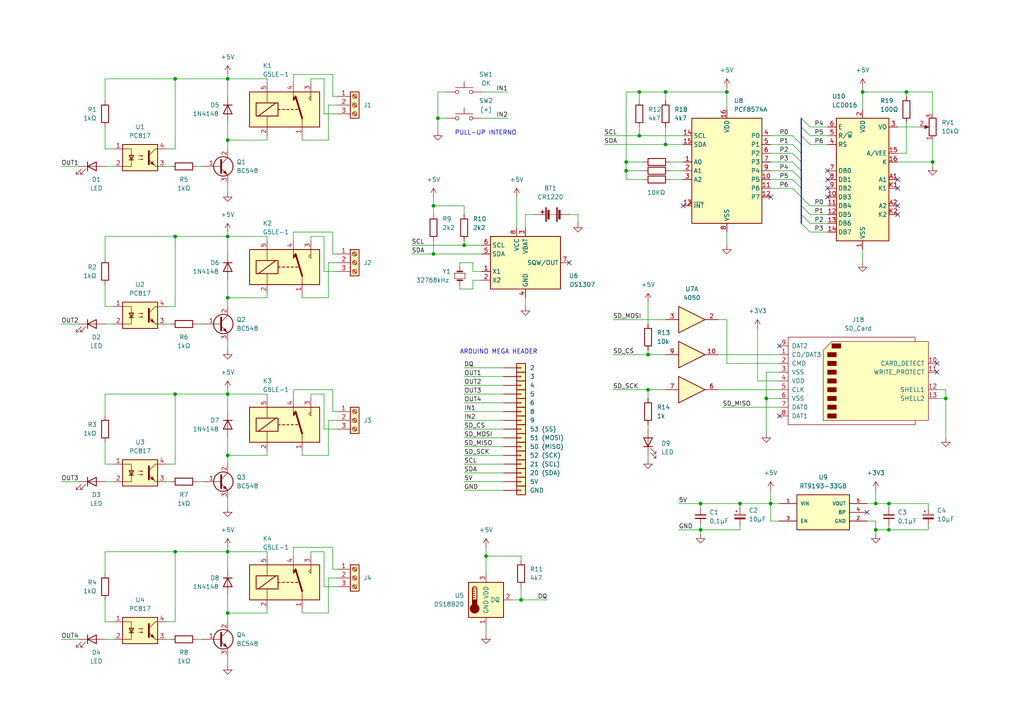
<source format=kicad_sch>
(kicad_sch (version 20230121) (generator eeschema)
  (paper "A4")
  (title_block (title "DATALOGGER CON MODULOS ARDUINO") (date "2023-01-13") (rev "1") (company "LUCAS MARTÍN TRESER"))
  (junction (at 50.8 160.02))
  (junction (at 66.04 114.3))
  (junction (at 187.96 113.03))
  (junction (at 66.04 22.86))
  (junction (at 66.04 177.8))
  (junction (at 270.51 46.99))
  (junction (at 250.19 26.67))
  (junction (at 223.52 146.05))
  (junction (at 50.8 68.58))
  (junction (at 185.42 26.67))
  (junction (at 274.32 115.57))
  (junction (at 193.04 26.67))
  (junction (at 214.63 146.05))
  (junction (at 66.04 68.58))
  (junction (at 262.89 26.67))
  (junction (at 127 34.29))
  (junction (at 66.04 40.64))
  (junction (at 66.04 86.36))
  (junction (at 203.2 146.05))
  (junction (at 50.8 22.86))
  (junction (at 257.81 153.67))
  (junction (at 210.82 26.67))
  (junction (at 140.97 161.29))
  (junction (at 50.8 114.3))
  (junction (at 254 146.05))
  (junction (at 185.42 39.37))
  (junction (at 134.62 71.12))
  (junction (at 181.61 46.99))
  (junction (at 193.04 41.91))
  (junction (at 151.13 173.99))
  (junction (at 125.73 59.69))
  (junction (at 125.73 73.66))
  (junction (at 66.04 160.02))
  (junction (at 222.25 115.57))
  (junction (at 257.81 146.05))
  (junction (at 187.96 102.87))
  (junction (at 181.61 49.53))
  (junction (at 203.2 153.67))
  (junction (at 254 153.67))
  (junction (at 66.04 132.08))
  (no_connect (at 271.78 105.41))
  (no_connect (at 271.78 107.95))
  (no_connect (at 223.52 57.15))
  (no_connect (at 260.35 52.07))
  (no_connect (at 260.35 62.23))
  (no_connect (at 260.35 54.61))
  (no_connect (at 260.35 59.69))
  (no_connect (at 226.06 120.65))
  (no_connect (at 226.06 100.33))
  (no_connect (at 165.1 76.2))
  (no_connect (at 251.46 148.59))
  (no_connect (at 240.03 52.07))
  (no_connect (at 240.03 57.15))
  (no_connect (at 240.03 49.53))
  (no_connect (at 240.03 54.61))
  (no_connect (at 198.12 59.69))
  (bus_entry (at 229.87 46.99) (size 2.54 2.54))
  (bus_entry (at 229.87 52.07) (size 2.54 2.54))
  (bus_entry (at 229.87 54.61) (size 2.54 2.54))
  (bus_entry (at 229.87 49.53) (size 2.54 2.54))
  (bus_entry (at 229.87 44.45) (size 2.54 2.54))
  (bus_entry (at 229.87 39.37) (size 2.54 2.54))
  (bus_entry (at 229.87 41.91) (size 2.54 2.54))
  (bus_entry (at 232.41 34.29) (size 2.54 2.54))
  (bus_entry (at 232.41 39.37) (size 2.54 2.54))
  (bus_entry (at 232.41 36.83) (size 2.54 2.54))
  (bus_entry (at 232.41 62.23) (size 2.54 2.54))
  (bus_entry (at 232.41 59.69) (size 2.54 2.54))
  (bus_entry (at 232.41 57.15) (size 2.54 2.54))
  (bus_entry (at 232.41 64.77) (size 2.54 2.54))
  (wire (pts (xy 134.62 142.24) (xy 146.05 142.24)))
  (wire (pts (xy 152.4 86.36) (xy 152.4 88.9)))
  (wire (pts (xy 271.78 113.03) (xy 274.32 113.03)))
  (wire (pts (xy 96.52 113.03) (xy 96.52 119.38)))
  (wire (pts (xy 234.95 41.91) (xy 240.03 41.91)))
  (wire (pts (xy 95.25 177.8) (xy 95.25 167.64)))
  (wire (pts (xy 87.63 39.37) (xy 87.63 40.64)))
  (wire (pts (xy 95.25 40.64) (xy 95.25 30.48)))
  (wire (pts (xy 194.31 49.53) (xy 198.12 49.53)))
  (wire (pts (xy 66.04 113.03) (xy 66.04 114.3)))
  (wire (pts (xy 30.48 128.27) (xy 30.48 134.62)))
  (wire (pts (xy 186.69 49.53) (xy 181.61 49.53)))
  (bus (pts (xy 232.41 49.53) (xy 232.41 52.07)))
  (wire (pts (xy 87.63 132.08) (xy 95.25 132.08)))
  (wire (pts (xy 57.15 139.7) (xy 58.42 139.7)))
  (wire (pts (xy 48.26 180.34) (xy 50.8 180.34)))
  (wire (pts (xy 96.52 119.38) (xy 97.79 119.38)))
  (wire (pts (xy 96.52 73.66) (xy 97.79 73.66)))
  (wire (pts (xy 125.73 57.15) (xy 125.73 59.69)))
  (wire (pts (xy 133.35 77.47) (xy 133.35 76.2)))
  (wire (pts (xy 129.54 26.67) (xy 127 26.67)))
  (wire (pts (xy 223.52 46.99) (xy 229.87 46.99)))
  (wire (pts (xy 95.25 167.64) (xy 97.79 167.64)))
  (wire (pts (xy 133.35 76.2) (xy 137.16 76.2)))
  (wire (pts (xy 139.7 34.29) (xy 147.32 34.29)))
  (wire (pts (xy 274.32 113.03) (xy 274.32 115.57)))
  (wire (pts (xy 167.64 62.23) (xy 167.64 64.77)))
  (wire (pts (xy 127 34.29) (xy 129.54 34.29)))
  (wire (pts (xy 208.28 113.03) (xy 226.06 113.03)))
  (wire (pts (xy 226.06 107.95) (xy 222.25 107.95)))
  (bus (pts (xy 232.41 34.29) (xy 232.41 36.83)))
  (wire (pts (xy 66.04 35.56) (xy 66.04 40.64)))
  (wire (pts (xy 50.8 180.34) (xy 50.8 160.02)))
  (wire (pts (xy 85.09 24.13) (xy 85.09 21.59)))
  (wire (pts (xy 185.42 36.83) (xy 185.42 39.37)))
  (wire (pts (xy 66.04 127) (xy 66.04 132.08)))
  (wire (pts (xy 181.61 46.99) (xy 181.61 26.67)))
  (wire (pts (xy 134.62 106.68) (xy 146.05 106.68)))
  (wire (pts (xy 17.78 185.42) (xy 22.86 185.42)))
  (wire (pts (xy 90.17 114.3) (xy 93.98 114.3)))
  (wire (pts (xy 208.28 102.87) (xy 226.06 102.87)))
  (wire (pts (xy 77.47 114.3) (xy 66.04 114.3)))
  (wire (pts (xy 93.98 33.02) (xy 97.79 33.02)))
  (wire (pts (xy 185.42 39.37) (xy 198.12 39.37)))
  (wire (pts (xy 66.04 114.3) (xy 66.04 119.38)))
  (wire (pts (xy 214.63 146.05) (xy 223.52 146.05)))
  (wire (pts (xy 269.24 153.67) (xy 257.81 153.67)))
  (bus (pts (xy 232.41 52.07) (xy 232.41 54.61)))
  (wire (pts (xy 139.7 26.67) (xy 147.32 26.67)))
  (wire (pts (xy 269.24 147.32) (xy 269.24 146.05)))
  (wire (pts (xy 77.47 22.86) (xy 66.04 22.86)))
  (wire (pts (xy 66.04 172.72) (xy 66.04 177.8)))
  (wire (pts (xy 185.42 26.67) (xy 193.04 26.67)))
  (wire (pts (xy 257.81 146.05) (xy 254 146.05)))
  (wire (pts (xy 125.73 59.69) (xy 125.73 62.23)))
  (wire (pts (xy 66.04 67.31) (xy 66.04 68.58)))
  (wire (pts (xy 175.26 39.37) (xy 185.42 39.37)))
  (wire (pts (xy 260.35 36.83) (xy 266.7 36.83)))
  (wire (pts (xy 151.13 173.99) (xy 158.75 173.99)))
  (wire (pts (xy 30.48 22.86) (xy 50.8 22.86)))
  (wire (pts (xy 254 153.67) (xy 254 154.94)))
  (wire (pts (xy 134.62 116.84) (xy 146.05 116.84)))
  (wire (pts (xy 203.2 152.4) (xy 203.2 153.67)))
  (wire (pts (xy 223.52 52.07) (xy 229.87 52.07)))
  (wire (pts (xy 223.52 44.45) (xy 229.87 44.45)))
  (wire (pts (xy 271.78 115.57) (xy 274.32 115.57)))
  (bus (pts (xy 232.41 59.69) (xy 232.41 62.23)))
  (wire (pts (xy 96.52 165.1) (xy 97.79 165.1)))
  (wire (pts (xy 77.47 24.13) (xy 77.47 22.86)))
  (wire (pts (xy 210.82 25.4) (xy 210.82 26.67)))
  (wire (pts (xy 193.04 41.91) (xy 198.12 41.91)))
  (wire (pts (xy 226.06 105.41) (xy 210.82 105.41)))
  (wire (pts (xy 193.04 36.83) (xy 193.04 41.91)))
  (wire (pts (xy 66.04 177.8) (xy 66.04 180.34)))
  (wire (pts (xy 134.62 137.16) (xy 146.05 137.16)))
  (wire (pts (xy 17.78 139.7) (xy 22.86 139.7)))
  (wire (pts (xy 30.48 114.3) (xy 50.8 114.3)))
  (wire (pts (xy 85.09 161.29) (xy 85.09 158.75)))
  (wire (pts (xy 187.96 87.63) (xy 187.96 93.98)))
  (wire (pts (xy 66.04 190.5) (xy 66.04 193.04)))
  (wire (pts (xy 77.47 161.29) (xy 77.47 160.02)))
  (wire (pts (xy 85.09 21.59) (xy 96.52 21.59)))
  (wire (pts (xy 177.8 113.03) (xy 187.96 113.03)))
  (wire (pts (xy 134.62 139.7) (xy 146.05 139.7)))
  (wire (pts (xy 223.52 39.37) (xy 229.87 39.37)))
  (wire (pts (xy 66.04 158.75) (xy 66.04 160.02)))
  (wire (pts (xy 134.62 119.38) (xy 146.05 119.38)))
  (wire (pts (xy 203.2 153.67) (xy 203.2 154.94)))
  (wire (pts (xy 95.25 76.2) (xy 97.79 76.2)))
  (wire (pts (xy 119.38 73.66) (xy 125.73 73.66)))
  (wire (pts (xy 17.78 48.26) (xy 22.86 48.26)))
  (wire (pts (xy 260.35 46.99) (xy 270.51 46.99)))
  (wire (pts (xy 30.48 36.83) (xy 30.48 43.18)))
  (wire (pts (xy 187.96 102.87) (xy 193.04 102.87)))
  (wire (pts (xy 77.47 68.58) (xy 66.04 68.58)))
  (wire (pts (xy 214.63 146.05) (xy 214.63 147.32)))
  (wire (pts (xy 30.48 29.21) (xy 30.48 22.86)))
  (wire (pts (xy 177.8 102.87) (xy 187.96 102.87)))
  (wire (pts (xy 57.15 93.98) (xy 58.42 93.98)))
  (wire (pts (xy 222.25 107.95) (xy 222.25 115.57)))
  (wire (pts (xy 66.04 53.34) (xy 66.04 55.88)))
  (wire (pts (xy 151.13 170.18) (xy 151.13 173.99)))
  (wire (pts (xy 77.47 176.53) (xy 77.47 177.8)))
  (wire (pts (xy 226.06 115.57) (xy 222.25 115.57)))
  (wire (pts (xy 95.25 86.36) (xy 95.25 76.2)))
  (wire (pts (xy 219.71 110.49) (xy 219.71 95.25)))
  (wire (pts (xy 222.25 115.57) (xy 222.25 125.73)))
  (wire (pts (xy 48.26 134.62) (xy 50.8 134.62)))
  (wire (pts (xy 203.2 146.05) (xy 214.63 146.05)))
  (wire (pts (xy 133.35 82.55) (xy 133.35 83.82)))
  (wire (pts (xy 134.62 127) (xy 146.05 127)))
  (wire (pts (xy 125.73 59.69) (xy 134.62 59.69)))
  (wire (pts (xy 30.48 134.62) (xy 33.02 134.62)))
  (wire (pts (xy 270.51 40.64) (xy 270.51 46.99)))
  (wire (pts (xy 125.73 73.66) (xy 139.7 73.66)))
  (wire (pts (xy 133.35 83.82) (xy 137.16 83.82)))
  (wire (pts (xy 137.16 81.28) (xy 139.7 81.28)))
  (wire (pts (xy 77.47 160.02) (xy 66.04 160.02)))
  (wire (pts (xy 134.62 71.12) (xy 139.7 71.12)))
  (wire (pts (xy 93.98 114.3) (xy 93.98 124.46)))
  (wire (pts (xy 210.82 26.67) (xy 210.82 31.75)))
  (wire (pts (xy 87.63 130.81) (xy 87.63 132.08)))
  (wire (pts (xy 223.52 54.61) (xy 229.87 54.61)))
  (wire (pts (xy 77.47 39.37) (xy 77.47 40.64)))
  (wire (pts (xy 50.8 114.3) (xy 66.04 114.3)))
  (wire (pts (xy 66.04 40.64) (xy 66.04 43.18)))
  (wire (pts (xy 186.69 46.99) (xy 181.61 46.99)))
  (wire (pts (xy 93.98 160.02) (xy 93.98 170.18)))
  (wire (pts (xy 187.96 101.6) (xy 187.96 102.87)))
  (wire (pts (xy 30.48 93.98) (xy 33.02 93.98)))
  (wire (pts (xy 57.15 185.42) (xy 58.42 185.42)))
  (wire (pts (xy 66.04 40.64) (xy 77.47 40.64)))
  (wire (pts (xy 96.52 158.75) (xy 96.52 165.1)))
  (wire (pts (xy 214.63 152.4) (xy 214.63 153.67)))
  (wire (pts (xy 87.63 86.36) (xy 95.25 86.36)))
  (wire (pts (xy 208.28 92.71) (xy 210.82 92.71)))
  (wire (pts (xy 223.52 151.13) (xy 223.52 146.05)))
  (wire (pts (xy 187.96 123.19) (xy 187.96 124.46)))
  (bus (pts (xy 232.41 41.91) (xy 232.41 44.45)))
  (wire (pts (xy 209.55 118.11) (xy 226.06 118.11)))
  (wire (pts (xy 134.62 134.62) (xy 146.05 134.62)))
  (wire (pts (xy 96.52 27.94) (xy 97.79 27.94)))
  (wire (pts (xy 262.89 44.45) (xy 260.35 44.45)))
  (wire (pts (xy 193.04 26.67) (xy 210.82 26.67)))
  (wire (pts (xy 90.17 24.13) (xy 90.17 22.86)))
  (wire (pts (xy 270.51 26.67) (xy 270.51 33.02)))
  (wire (pts (xy 254 146.05) (xy 251.46 146.05)))
  (wire (pts (xy 151.13 162.56) (xy 151.13 161.29)))
  (wire (pts (xy 66.04 86.36) (xy 66.04 88.9)))
  (wire (pts (xy 226.06 146.05) (xy 223.52 146.05)))
  (wire (pts (xy 187.96 132.08) (xy 187.96 133.35)))
  (wire (pts (xy 134.62 124.46) (xy 146.05 124.46)))
  (wire (pts (xy 30.48 185.42) (xy 33.02 185.42)))
  (wire (pts (xy 30.48 74.93) (xy 30.48 68.58)))
  (wire (pts (xy 93.98 78.74) (xy 97.79 78.74)))
  (wire (pts (xy 254 142.24) (xy 254 146.05)))
  (wire (pts (xy 30.48 82.55) (xy 30.48 88.9)))
  (wire (pts (xy 90.17 68.58) (xy 93.98 68.58)))
  (wire (pts (xy 262.89 35.56) (xy 262.89 44.45)))
  (wire (pts (xy 140.97 158.75) (xy 140.97 161.29)))
  (wire (pts (xy 87.63 176.53) (xy 87.63 177.8)))
  (wire (pts (xy 66.04 144.78) (xy 66.04 147.32)))
  (wire (pts (xy 210.82 67.31) (xy 210.82 71.12)))
  (wire (pts (xy 234.95 62.23) (xy 240.03 62.23)))
  (wire (pts (xy 137.16 76.2) (xy 137.16 78.74)))
  (wire (pts (xy 148.59 173.99) (xy 151.13 173.99)))
  (wire (pts (xy 93.98 22.86) (xy 93.98 33.02)))
  (wire (pts (xy 66.04 160.02) (xy 66.04 165.1)))
  (wire (pts (xy 257.81 152.4) (xy 257.81 153.67)))
  (wire (pts (xy 226.06 110.49) (xy 219.71 110.49)))
  (bus (pts (xy 232.41 36.83) (xy 232.41 39.37)))
  (wire (pts (xy 254 151.13) (xy 254 153.67)))
  (wire (pts (xy 140.97 161.29) (xy 151.13 161.29)))
  (bus (pts (xy 232.41 44.45) (xy 232.41 46.99)))
  (wire (pts (xy 257.81 146.05) (xy 269.24 146.05)))
  (wire (pts (xy 30.48 88.9) (xy 33.02 88.9)))
  (wire (pts (xy 125.73 69.85) (xy 125.73 73.66)))
  (wire (pts (xy 250.19 25.4) (xy 250.19 26.67)))
  (wire (pts (xy 30.48 48.26) (xy 33.02 48.26)))
  (wire (pts (xy 30.48 68.58) (xy 50.8 68.58)))
  (wire (pts (xy 87.63 40.64) (xy 95.25 40.64)))
  (wire (pts (xy 250.19 26.67) (xy 250.19 31.75)))
  (wire (pts (xy 48.26 185.42) (xy 49.53 185.42)))
  (wire (pts (xy 234.95 67.31) (xy 240.03 67.31)))
  (wire (pts (xy 134.62 132.08) (xy 146.05 132.08)))
  (wire (pts (xy 134.62 121.92) (xy 146.05 121.92)))
  (wire (pts (xy 57.15 48.26) (xy 58.42 48.26)))
  (wire (pts (xy 194.31 46.99) (xy 198.12 46.99)))
  (wire (pts (xy 196.85 153.67) (xy 203.2 153.67)))
  (wire (pts (xy 203.2 147.32) (xy 203.2 146.05)))
  (wire (pts (xy 66.04 132.08) (xy 66.04 134.62)))
  (wire (pts (xy 66.04 22.86) (xy 66.04 27.94)))
  (wire (pts (xy 66.04 132.08) (xy 77.47 132.08)))
  (wire (pts (xy 181.61 26.67) (xy 185.42 26.67)))
  (bus (pts (xy 232.41 62.23) (xy 232.41 64.77)))
  (wire (pts (xy 96.52 67.31) (xy 96.52 73.66)))
  (wire (pts (xy 30.48 173.99) (xy 30.48 180.34)))
  (wire (pts (xy 66.04 99.06) (xy 66.04 101.6)))
  (wire (pts (xy 30.48 120.65) (xy 30.48 114.3)))
  (wire (pts (xy 30.48 139.7) (xy 33.02 139.7)))
  (wire (pts (xy 93.98 170.18) (xy 97.79 170.18)))
  (wire (pts (xy 181.61 49.53) (xy 181.61 46.99)))
  (wire (pts (xy 187.96 113.03) (xy 187.96 115.57)))
  (wire (pts (xy 85.09 113.03) (xy 96.52 113.03)))
  (wire (pts (xy 119.38 71.12) (xy 134.62 71.12)))
  (wire (pts (xy 85.09 67.31) (xy 96.52 67.31)))
  (wire (pts (xy 66.04 177.8) (xy 77.47 177.8)))
  (wire (pts (xy 134.62 111.76) (xy 146.05 111.76)))
  (wire (pts (xy 30.48 160.02) (xy 50.8 160.02)))
  (wire (pts (xy 50.8 68.58) (xy 66.04 68.58)))
  (bus (pts (xy 232.41 54.61) (xy 232.41 57.15)))
  (wire (pts (xy 93.98 68.58) (xy 93.98 78.74)))
  (wire (pts (xy 95.25 132.08) (xy 95.25 121.92)))
  (wire (pts (xy 270.51 26.67) (xy 262.89 26.67)))
  (wire (pts (xy 152.4 62.23) (xy 152.4 66.04)))
  (wire (pts (xy 134.62 114.3) (xy 146.05 114.3)))
  (wire (pts (xy 223.52 41.91) (xy 229.87 41.91)))
  (wire (pts (xy 269.24 152.4) (xy 269.24 153.67)))
  (wire (pts (xy 85.09 115.57) (xy 85.09 113.03)))
  (wire (pts (xy 134.62 69.85) (xy 134.62 71.12)))
  (wire (pts (xy 50.8 22.86) (xy 66.04 22.86)))
  (bus (pts (xy 232.41 46.99) (xy 232.41 49.53)))
  (wire (pts (xy 48.26 48.26) (xy 49.53 48.26)))
  (wire (pts (xy 90.17 160.02) (xy 93.98 160.02)))
  (wire (pts (xy 77.47 85.09) (xy 77.47 86.36)))
  (wire (pts (xy 214.63 153.67) (xy 203.2 153.67)))
  (bus (pts (xy 232.41 39.37) (xy 232.41 41.91)))
  (wire (pts (xy 193.04 26.67) (xy 193.04 29.21)))
  (wire (pts (xy 140.97 181.61) (xy 140.97 184.15)))
  (wire (pts (xy 223.52 146.05) (xy 223.52 142.24)))
  (wire (pts (xy 66.04 68.58) (xy 66.04 73.66)))
  (wire (pts (xy 154.94 62.23) (xy 152.4 62.23)))
  (wire (pts (xy 87.63 177.8) (xy 95.25 177.8)))
  (wire (pts (xy 234.95 59.69) (xy 240.03 59.69)))
  (wire (pts (xy 210.82 92.71) (xy 210.82 105.41)))
  (wire (pts (xy 66.04 86.36) (xy 77.47 86.36)))
  (bus (pts (xy 232.41 57.15) (xy 232.41 59.69)))
  (wire (pts (xy 226.06 151.13) (xy 223.52 151.13)))
  (wire (pts (xy 87.63 85.09) (xy 87.63 86.36)))
  (wire (pts (xy 137.16 83.82) (xy 137.16 81.28)))
  (wire (pts (xy 251.46 151.13) (xy 254 151.13)))
  (wire (pts (xy 127 26.67) (xy 127 34.29)))
  (wire (pts (xy 137.16 78.74) (xy 139.7 78.74)))
  (wire (pts (xy 66.04 21.59) (xy 66.04 22.86)))
  (wire (pts (xy 90.17 161.29) (xy 90.17 160.02)))
  (wire (pts (xy 234.95 36.83) (xy 240.03 36.83)))
  (wire (pts (xy 50.8 88.9) (xy 50.8 68.58)))
  (wire (pts (xy 48.26 43.18) (xy 50.8 43.18)))
  (wire (pts (xy 77.47 115.57) (xy 77.47 114.3)))
  (wire (pts (xy 134.62 109.22) (xy 146.05 109.22)))
  (wire (pts (xy 90.17 69.85) (xy 90.17 68.58)))
  (wire (pts (xy 185.42 26.67) (xy 185.42 29.21)))
  (wire (pts (xy 262.89 26.67) (xy 262.89 27.94)))
  (wire (pts (xy 30.48 180.34) (xy 33.02 180.34)))
  (wire (pts (xy 250.19 72.39) (xy 250.19 76.2)))
  (wire (pts (xy 257.81 147.32) (xy 257.81 146.05)))
  (wire (pts (xy 48.26 88.9) (xy 50.8 88.9)))
  (wire (pts (xy 90.17 115.57) (xy 90.17 114.3)))
  (wire (pts (xy 186.69 52.07) (xy 181.61 52.07)))
  (wire (pts (xy 77.47 69.85) (xy 77.47 68.58)))
  (wire (pts (xy 234.95 39.37) (xy 240.03 39.37)))
  (wire (pts (xy 93.98 124.46) (xy 97.79 124.46)))
  (wire (pts (xy 187.96 113.03) (xy 193.04 113.03)))
  (wire (pts (xy 262.89 26.67) (xy 250.19 26.67)))
  (wire (pts (xy 85.09 69.85) (xy 85.09 67.31)))
  (wire (pts (xy 149.86 57.15) (xy 149.86 66.04)))
  (wire (pts (xy 175.26 41.91) (xy 193.04 41.91)))
  (wire (pts (xy 30.48 166.37) (xy 30.48 160.02)))
  (wire (pts (xy 274.32 115.57) (xy 274.32 127)))
  (wire (pts (xy 181.61 52.07) (xy 181.61 49.53)))
  (wire (pts (xy 85.09 158.75) (xy 96.52 158.75)))
  (wire (pts (xy 127 34.29) (xy 127 38.1)))
  (wire (pts (xy 177.8 92.71) (xy 193.04 92.71)))
  (wire (pts (xy 30.48 43.18) (xy 33.02 43.18)))
  (wire (pts (xy 77.47 130.81) (xy 77.47 132.08)))
  (wire (pts (xy 17.78 93.98) (xy 22.86 93.98)))
  (wire (pts (xy 96.52 21.59) (xy 96.52 27.94)))
  (wire (pts (xy 50.8 134.62) (xy 50.8 114.3)))
  (wire (pts (xy 165.1 62.23) (xy 167.64 62.23)))
  (wire (pts (xy 140.97 161.29) (xy 140.97 166.37)))
  (wire (pts (xy 48.26 139.7) (xy 49.53 139.7)))
  (wire (pts (xy 95.25 121.92) (xy 97.79 121.92)))
  (wire (pts (xy 134.62 129.54) (xy 146.05 129.54)))
  (wire (pts (xy 48.26 93.98) (xy 49.53 93.98)))
  (wire (pts (xy 223.52 49.53) (xy 229.87 49.53)))
  (wire (pts (xy 196.85 146.05) (xy 203.2 146.05)))
  (wire (pts (xy 194.31 52.07) (xy 198.12 52.07)))
  (wire (pts (xy 90.17 22.86) (xy 93.98 22.86)))
  (wire (pts (xy 234.95 64.77) (xy 240.03 64.77)))
  (wire (pts (xy 270.51 46.99) (xy 270.51 48.26)))
  (wire (pts (xy 134.62 62.23) (xy 134.62 59.69)))
  (wire (pts (xy 95.25 30.48) (xy 97.79 30.48)))
  (wire (pts (xy 66.04 81.28) (xy 66.04 86.36)))
  (wire (pts (xy 50.8 43.18) (xy 50.8 22.86)))
  (wire (pts (xy 50.8 160.02) (xy 66.04 160.02)))
  (wire (pts (xy 257.81 153.67) (xy 254 153.67)))
  (text "ARDUINO MEGA HEADER" (at 133.35 102.87 0) (effects (font (size 1.27 1.27)) (justify left bottom)))
  (text "PULL-UP INTERNO" (at 149.86 39.37 0) (effects (font (size 1.27 1.27)) (justify right bottom)))
  (label "P3" (at 236.22 67.31 0))
  (label "SD_CS" (at 134.62 124.46 0))
  (label "P2" (at 236.22 64.77 0))
  (label "DQ" (at 158.75 173.99 180))
  (label "P0" (at 226.06 39.37 0))
  (label "5V" (at 196.85 146.05 0))
  (label "IN2" (at 147.32 34.29 180))
  (label "P0" (at 236.22 59.69 0))
  (label "OUT4" (at 17.78 185.42 0))
  (label "DQ" (at 134.62 106.68 0))
  (label "OUT3" (at 17.78 139.7 0))
  (label "P3" (at 226.06 46.99 0))
  (label "P5" (at 236.22 39.37 0))
  (label "OUT4" (at 134.62 116.84 0))
  (label "P4" (at 226.06 49.53 0))
  (label "GND" (at 196.85 153.67 0))
  (label "P6" (at 226.06 54.61 0))
  (label "P1" (at 236.22 62.23 0))
  (label "SD_MISO" (at 134.62 129.54 0))
  (label "SD_MOSI" (at 177.8 92.71 0))
  (label "5V" (at 134.62 139.7 0))
  (label "IN1" (at 134.62 119.38 0))
  (label "GND" (at 134.62 142.24 0))
  (label "OUT2" (at 17.78 93.98 0))
  (label "SCL" (at 119.38 71.12 0))
  (label "SD_MOSI" (at 134.62 127 0))
  (label "SCL" (at 175.26 39.37 0))
  (label "P6" (at 236.22 41.91 0))
  (label "SD_SCK" (at 134.62 132.08 0))
  (label "P2" (at 226.06 44.45 0))
  (label "SDA" (at 119.38 73.66 0))
  (label "OUT3" (at 134.62 114.3 0))
  (label "P4" (at 236.22 36.83 0))
  (label "OUT1" (at 17.78 48.26 0))
  (label "IN2" (at 134.62 121.92 0))
  (label "SD_MISO" (at 209.55 118.11 0))
  (label "SDA" (at 175.26 41.91 0))
  (label "SDA" (at 134.62 137.16 0))
  (label "SD_CS" (at 177.8 102.87 0))
  (label "SD_SCK" (at 177.8 113.03 0))
  (label "IN1" (at 147.32 26.67 180))
  (label "P5" (at 226.06 52.07 0))
  (label "OUT1" (at 134.62 109.22 0))
  (label "P1" (at 226.06 41.91 0))
  (label "OUT2" (at 134.62 111.76 0))
  (label "SCL" (at 134.62 134.62 0))
  (symbol (lib_id "Device:R") (at 30.48 124.46 0) (unit 1)
    (property "Reference" "R3" (at 25.4 123.19 0) (effects (justify left)))
    (property "Value" "1kΩ" (at 24.13 125.73 0) (effects (justify left)))
  )
  (symbol (lib_id "Relay:G5LE-1") (at 82.55 123.19 0) (unit 1)
    (property "Reference" "K3" (at 76.2 110.49 0) (effects (justify left)))
    (property "Value" "G5LE-1" (at 76.2 113.03 0) (effects (justify left)))
    (property "Footprint" "Relay_THT:Relay_SPDT_Omron-G5LE-1" (effects hide))
    (property "Datasheet" "http://www.omron.com/ecb/products/pdf/en-g5le.pdf" (effects hide))
  )
  (symbol (lib_id "Switch:SW_Push") (at 134.62 26.67 0) (unit 1)
    (property "Reference" "SW1" (at 140.97 21.59 0))
    (property "Value" "OK" (at 140.97 24.13 0))
  )
  (symbol (lib_id "Interface_Expansion:PCF8574A") (at 210.82 49.53 0) (unit 1)
    (property "Reference" "U8" (at 212.8394 29.21 0) (effects (justify left)))
    (property "Value" "PCF8574A" (at 212.8394 31.75 0) (effects (justify left)))
    (property "Datasheet" "http://www.nxp.com/documents/data_sheet/PCF8574_PCF8574A.pdf" (effects hide))
  )
  (symbol (lib_id "Device:R") (at 53.34 48.26 90) (unit 1)
    (property "Reference" "R5" (at 53.34 52.07 90))
    (property "Value" "1kΩ" (at 53.34 54.61 90))
  )
  (symbol (lib_id "Connector_Generic:Conn_01x01") (at 151.13 119.38 0) (unit 1)
    (property "Reference" "J19" (effects hide))
    (property "Value" "8" (at 153.67 119.38 0) (effects (justify left)))
  )
  (symbol (lib_id "Isolator:PC817") (at 40.64 182.88 0) (unit 1)
    (property "Reference" "U4" (at 40.64 173.99 0))
    (property "Value" "PC817" (at 40.64 176.53 0))
    (property "Footprint" "Package_DIP:DIP-4_W7.62mm" (effects hide))
    (property "Datasheet" "http://www.soselectronic.cz/a_info/resource/d/pc817.pdf" (effects hide))
  )
  (symbol (lib_id "Diode:1N4007") (at 66.04 123.19 270) (unit 1)
    (property "Reference" "D7" (at 60.96 121.92 90) (effects (justify left)))
    (property "Value" "1N4148" (at 55.88 124.46 90) (effects (justify left)))
    (property "Footprint" "Diode_THT:D_DO-41_SOD81_P10.16mm_Horizontal" (effects hide))
    (property "Datasheet" "http://www.vishay.com/docs/88503/1n4001.pdf" (effects hide))
  )
  (symbol (lib_id "power:GND") (at 274.32 127 0) (unit 1)
    (property "Reference" "#PWR028" (effects hide))
    (property "Value" "GND" (effects hide))
  )
  (symbol (lib_id "power:GND") (at 250.19 76.2 0) (unit 1)
    (property "Reference" "#PWR024" (effects hide))
    (property "Value" "GND" (effects hide))
  )
  (symbol (lib_id "Switch:SW_Push") (at 134.62 34.29 0) (unit 1)
    (property "Reference" "SW2" (at 140.97 29.21 0))
    (property "Value" "(+)" (at 140.97 31.75 0))
  )
  (symbol (lib_id "power:+5V") (at 250.19 25.4 0) (unit 1)
    (property "Reference" "#PWR023" (effects hide))
    (property "Value" "+5V" (at 250.19 20.32 0))
  )
  (symbol (lib_id "Device:R") (at 30.48 170.18 0) (unit 1)
    (property "Reference" "R4" (at 25.4 168.91 0) (effects (justify left)))
    (property "Value" "1kΩ" (at 24.13 171.45 0) (effects (justify left)))
  )
  (symbol (lib_id "Device:R") (at 53.34 185.42 90) (unit 1)
    (property "Reference" "R8" (at 53.34 189.23 90))
    (property "Value" "1kΩ" (at 53.34 191.77 90))
  )
  (symbol (lib_id "power:GND") (at 66.04 147.32 0) (unit 1)
    (property "Reference" "#PWR06" (effects hide))
    (property "Value" "GND" (effects hide))
  )
  (symbol (lib_id "Device:C_Polarized_Small") (at 269.24 149.86 0) (unit 1)
    (property "Reference" "C4" (at 271.78 148.0438 0) (effects (justify left)))
    (property "Value" "10µF" (at 271.78 150.5838 0) (effects (justify left)))
  )
  (symbol (lib_id "Display_Character:LCD-016N002L") (at 250.19 52.07 0) (unit 1)
    (property "Reference" "U10" (at 241.3 27.94 0) (effects (justify left)))
    (property "Value" "LCD016" (at 241.3 30.48 0) (effects (justify left)))
    (property "Footprint" "Display:LCD-016N002L" (effects hide))
    (property "Datasheet" "http://www.vishay.com/docs/37299/37299.pdf" (effects hide))
  )
  (symbol (lib_id "Device:Crystal_Small") (at 133.35 80.01 90) (unit 1)
    (property "Reference" "Y1" (at 128.27 78.74 90) (effects (justify right)))
    (property "Value" "32768kHz" (at 120.65 81.28 90) (effects (justify right)))
  )
  (symbol (lib_id "power:GND") (at 167.64 64.77 0) (unit 1)
    (property "Reference" "#PWR014" (effects hide))
    (property "Value" "GND" (effects hide))
  )
  (symbol (lib_id "power:+5V") (at 187.96 87.63 0) (unit 1)
    (property "Reference" "#PWR015" (effects hide))
    (property "Value" "+5V" (at 187.96 82.55 0))
  )
  (symbol (lib_id "Device:Q_NPN_BCE") (at 63.5 139.7 0) (unit 1)
    (property "Reference" "Q3" (at 68.58 138.4299 0) (effects (justify left)))
    (property "Value" "BC548" (at 68.58 140.9699 0) (effects (justify left)))
  )
  (symbol (lib_id "power:GND") (at 203.2 154.94 0) (unit 1)
    (property "Reference" "#PWR017" (effects hide))
    (property "Value" "GND" (effects hide))
  )
  (symbol (lib_id "power:+5V") (at 125.73 57.15 0) (unit 1)
    (property "Reference" "#PWR09" (effects hide))
    (property "Value" "+5V" (at 125.73 52.07 0))
  )
  (symbol (lib_id "Device:R") (at 30.48 78.74 0) (unit 1)
    (property "Reference" "R2" (at 25.4 77.47 0) (effects (justify left)))
    (property "Value" "1kΩ" (at 24.13 80.01 0) (effects (justify left)))
  )
  (symbol (lib_id "power:GND") (at 254 154.94 0) (unit 1)
    (property "Reference" "#PWR026" (effects hide))
    (property "Value" "GND" (effects hide))
  )
  (symbol (lib_id "Device:Battery") (at 160.02 62.23 90) (unit 1)
    (property "Reference" "BT1" (at 159.639 54.61 90))
    (property "Value" "CR1220" (at 159.639 57.15 90))
  )
  (symbol (lib_id "Device:R") (at 30.48 33.02 0) (unit 1)
    (property "Reference" "R1" (at 25.4 31.75 0) (effects (justify left)))
    (property "Value" "1kΩ" (at 24.13 34.29 0) (effects (justify left)))
  )
  (symbol (lib_id "Device:R") (at 193.04 33.02 0) (unit 1)
    (property "Reference" "R18" (at 195.58 31.75 0) (effects (justify left)))
    (property "Value" "4k7" (at 195.58 34.29 0) (effects (justify left)))
  )
  (symbol (lib_id "power:+5V") (at 149.86 57.15 0) (unit 1)
    (property "Reference" "#PWR012" (effects hide))
    (property "Value" "+5V" (at 149.86 52.07 0))
  )
  (symbol (lib_id "power:GND") (at 152.4 88.9 0) (unit 1)
    (property "Reference" "#PWR013" (effects hide))
    (property "Value" "GND" (effects hide))
  )
  (symbol (lib_id "power:GND") (at 66.04 193.04 0) (unit 1)
    (property "Reference" "#PWR08" (effects hide))
    (property "Value" "GND" (effects hide))
  )
  (symbol (lib_id "Connector:Screw_Terminal_01x03") (at 102.87 121.92 0) (unit 1)
    (property "Reference" "J3" (at 105.41 121.9199 0) (effects (justify left)))
    (property "Value" "Screw_Terminal_01x03" (effects hide))
  )
  (symbol (lib_id "power:+5V") (at 66.04 21.59 0) (unit 1)
    (property "Reference" "#PWR01" (effects hide))
    (property "Value" "+5V" (at 66.04 16.51 0))
  )
  (symbol (lib_id "Connector_Generic:Conn_01x01") (at 151.13 137.16 0) (unit 1)
    (property "Reference" "J15" (effects hide))
    (property "Value" "20 (SDA)" (at 153.67 137.16 0) (effects (justify left)))
  )
  (symbol (lib_id "Device:R") (at 190.5 52.07 90) (unit 1)
    (property "Reference" "R17" (effects hide))
    (property "Value" "10KΩ" (at 193.04 55.88 90) (effects (justify left)))
  )
  (symbol (lib_id "power:+5V") (at 210.82 25.4 0) (unit 1)
    (property "Reference" "#PWR018" (effects hide))
    (property "Value" "+5V" (at 210.82 20.32 0))
  )
  (symbol (lib_id "power:GND") (at 66.04 55.88 0) (unit 1)
    (property "Reference" "#PWR02" (effects hide))
    (property "Value" "GND" (effects hide))
  )
  (symbol (lib_id "power:GND") (at 140.97 184.15 0) (unit 1)
    (property "Reference" "#PWR011" (effects hide))
    (property "Value" "GND" (effects hide))
  )
  (symbol (lib_id "power:GND") (at 210.82 71.12 0) (unit 1)
    (property "Reference" "#PWR019" (effects hide))
    (property "Value" "GND" (effects hide))
  )
  (symbol (lib_id "Diode:1N4007") (at 66.04 168.91 270) (unit 1)
    (property "Reference" "D8" (at 60.96 167.64 90) (effects (justify left)))
    (property "Value" "1N4148" (at 55.88 170.18 90) (effects (justify left)))
    (property "Footprint" "Diode_THT:D_DO-41_SOD81_P10.16mm_Horizontal" (effects hide))
    (property "Datasheet" "http://www.vishay.com/docs/88503/1n4001.pdf" (effects hide))
  )
  (symbol (lib_id "Relay:G5LE-1") (at 82.55 77.47 0) (unit 1)
    (property "Reference" "K2" (at 76.2 64.77 0) (effects (justify left)))
    (property "Value" "G5LE-1" (at 76.2 67.31 0) (effects (justify left)))
    (property "Footprint" "Relay_THT:Relay_SPDT_Omron-G5LE-1" (effects hide))
    (property "Datasheet" "http://www.omron.com/ecb/products/pdf/en-g5le.pdf" (effects hide))
  )
  (symbol (lib_name "Conn_01x01_1") (lib_id "Connector_Generic:Conn_01x01") (at 151.13 106.68 0) (unit 1)
    (property "Reference" "J5" (effects hide))
    (property "Value" "2" (at 153.67 106.68 0) (effects (justify left)))
  )
  (symbol (lib_id "Device:R") (at 190.5 49.53 90) (unit 1)
    (property "Reference" "R16" (effects hide))
    (property "Value" "10KΩ" (effects hide))
  )
  (symbol (lib_id "4xxx:4050") (at 200.66 113.03 0) (unit 3)
    (property "Reference" "U7" (effects hide))
    (property "Value" "4050" (effects hide))
    (property "Datasheet" "http://www.intersil.com/content/dam/intersil/documents/cd40/cd4050bms.pdf" (effects hide))
  )
  (symbol (lib_id "Diode:1N4007") (at 66.04 77.47 270) (unit 1)
    (property "Reference" "D6" (at 60.96 76.2 90) (effects (justify left)))
    (property "Value" "1N4148" (at 55.88 78.74 90) (effects (justify left)))
    (property "Footprint" "Diode_THT:D_DO-41_SOD81_P10.16mm_Horizontal" (effects hide))
    (property "Datasheet" "http://www.vishay.com/docs/88503/1n4001.pdf" (effects hide))
  )
  (symbol (lib_id "Device:R") (at 125.73 66.04 0) (unit 1)
    (property "Reference" "R9" (at 128.27 63.5 0) (effects (justify left)))
    (property "Value" "2k2" (at 128.27 66.04 0) (effects (justify left)))
  )
  (symbol (lib_id "Device:LED") (at 26.67 139.7 0) (unit 1)
    (property "Reference" "D3" (at 27.94 143.51 0))
    (property "Value" "LED" (at 27.94 146.05 0))
  )
  (symbol (lib_id "Isolator:PC817") (at 40.64 45.72 0) (unit 1)
    (property "Reference" "U1" (at 40.64 36.83 0))
    (property "Value" "PC817" (at 40.64 39.37 0))
    (property "Footprint" "Package_DIP:DIP-4_W7.62mm" (effects hide))
    (property "Datasheet" "http://www.soselectronic.cz/a_info/resource/d/pc817.pdf" (effects hide))
  )
  (symbol (lib_id "Device:R") (at 53.34 93.98 90) (unit 1)
    (property "Reference" "R6" (at 53.34 97.79 90))
    (property "Value" "1kΩ" (at 53.34 100.33 90))
  )
  (symbol (lib_id "Relay:G5LE-1") (at 82.55 31.75 0) (unit 1)
    (property "Reference" "K1" (at 76.2 19.05 0) (effects (justify left)))
    (property "Value" "G5LE-1" (at 76.2 21.59 0) (effects (justify left)))
    (property "Footprint" "Relay_THT:Relay_SPDT_Omron-G5LE-1" (effects hide))
    (property "Datasheet" "http://www.omron.com/ecb/products/pdf/en-g5le.pdf" (effects hide))
  )
  (symbol (lib_id "power:+5V") (at 66.04 113.03 0) (unit 1)
    (property "Reference" "#PWR05" (effects hide))
    (property "Value" "+5V" (at 66.04 107.95 0))
  )
  (symbol (lib_id "Device:LED") (at 26.67 185.42 0) (unit 1)
    (property "Reference" "D4" (at 27.94 189.23 0))
    (property "Value" "LED" (at 27.94 191.77 0))
  )
  (symbol (lib_id "Device:LED") (at 187.96 128.27 90) (unit 1)
    (property "Reference" "D9" (at 191.77 128.5874 90) (effects (justify right)))
    (property "Value" "LED" (at 191.77 131.1274 90) (effects (justify right)))
  )
  (symbol (lib_id "Relay:G5LE-1") (at 82.55 168.91 0) (unit 1)
    (property "Reference" "K4" (at 76.2 156.21 0) (effects (justify left)))
    (property "Value" "G5LE-1" (at 76.2 158.75 0) (effects (justify left)))
    (property "Footprint" "Relay_THT:Relay_SPDT_Omron-G5LE-1" (effects hide))
    (property "Datasheet" "http://www.omron.com/ecb/products/pdf/en-g5le.pdf" (effects hide))
  )
  (symbol (lib_id "RT9193-33GB:RT9193-33GB") (at 238.76 148.59 0) (unit 1)
    (property "Reference" "U9" (at 238.76 138.43 0))
    (property "Value" "RT9193-33GB" (at 238.76 140.97 0))
    (property "Footprint" "SOT94P279X129-5N" (effects hide))
    (property "Description" "\\nLinear Voltage Regulator IC Positive Fixed 1 Output 300mA SOT-23-5\\n" (effects hide))
    (property "Purchase-URL" "https://pricing.snapeda.com/search/part/RT9193-33GB/?ref=eda" (effects hide))
    (property "MF" "Richtek USA Inc." (effects hide))
    (property "Availability" "In Stock" (effects hide))
    (property "Price" "None" (effects hide))
    (property "MP" "RT9193-33GB" (effects hide))
    (property "Package" "SOT-23-5 Richtek" (effects hide))
  )
  (symbol (lib_name "Conn_01x01_1") (lib_id "Connector_Generic:Conn_01x01") (at 151.13 129.54 0) (unit 1)
    (property "Reference" "J12" (effects hide))
    (property "Value" "50 (MISO)" (at 153.67 129.54 0) (effects (justify left)))
  )
  (symbol (lib_id "Device:R") (at 185.42 33.02 0) (unit 1)
    (property "Reference" "R12" (at 187.96 31.75 0) (effects (justify left)))
    (property "Value" "4k7" (at 187.96 34.29 0) (effects (justify left)))
  )
  (symbol (lib_id "Device:Q_NPN_BCE") (at 63.5 48.26 0) (unit 1)
    (property "Reference" "Q1" (at 68.58 46.9899 0) (effects (justify left)))
    (property "Value" "BC548" (at 68.58 49.5299 0) (effects (justify left)))
  )
  (symbol (lib_id "power:GND") (at 127 38.1 0) (unit 1)
    (property "Reference" "#PWR029" (effects hide))
    (property "Value" "GND" (effects hide))
  )
  (symbol (lib_id "Device:R") (at 151.13 166.37 0) (unit 1)
    (property "Reference" "R11" (at 153.67 165.0999 0) (effects (justify left)))
    (property "Value" "4k7" (at 153.67 167.6399 0) (effects (justify left)))
  )
  (symbol (lib_id "Device:LED") (at 26.67 48.26 0) (unit 1)
    (property "Reference" "D1" (at 27.94 52.07 0))
    (property "Value" "LED" (at 27.94 54.61 0))
  )
  (symbol (lib_id "Connector_Generic:Conn_01x01") (at 151.13 127 0) (unit 1)
    (property "Reference" "J11" (effects hide))
    (property "Value" "51 (MOSI)" (at 153.67 127 0) (effects (justify left)))
  )
  (symbol (lib_id "Connector:Screw_Terminal_01x03") (at 102.87 76.2 0) (unit 1)
    (property "Reference" "J2" (at 105.41 76.1999 0) (effects (justify left)))
    (property "Value" "Screw_Terminal_01x03" (effects hide))
  )
  (symbol (lib_id "power:+3V3") (at 219.71 95.25 0) (unit 1)
    (property "Reference" "#PWR020" (effects hide))
    (property "Value" "+3V3" (at 219.71 90.17 0))
  )
  (symbol (lib_id "Device:Q_NPN_BCE") (at 63.5 185.42 0) (unit 1)
    (property "Reference" "Q4" (at 68.58 184.1499 0) (effects (justify left)))
    (property "Value" "BC548" (at 68.58 186.6899 0) (effects (justify left)))
  )
  (symbol (lib_id "Device:R") (at 187.96 97.79 0) (unit 1)
    (property "Reference" "R13" (at 190.5 96.5199 0) (effects (justify left)))
    (property "Value" "10k" (at 190.5 99.0599 0) (effects (justify left)))
  )
  (symbol (lib_id "Connector_Generic:Conn_01x01") (at 151.13 116.84 0) (unit 1)
    (property "Reference" "J9" (effects hide))
    (property "Value" "6" (at 153.67 116.84 0) (effects (justify left)))
  )
  (symbol (lib_id "Device:R") (at 190.5 46.99 90) (unit 1)
    (property "Reference" "R15" (effects hide))
    (property "Value" "10KΩ" (effects hide))
  )
  (symbol (lib_name "Conn_01x01_1") (lib_id "Connector_Generic:Conn_01x01") (at 151.13 139.7 0) (unit 1)
    (property "Reference" "J16" (effects hide))
    (property "Value" "5V" (at 153.67 139.7 0) (effects (justify left)))
  )
  (symbol (lib_id "Isolator:PC817") (at 40.64 137.16 0) (unit 1)
    (property "Reference" "U3" (at 40.64 128.27 0))
    (property "Value" "PC817" (at 40.64 130.81 0))
    (property "Footprint" "Package_DIP:DIP-4_W7.62mm" (effects hide))
    (property "Datasheet" "http://www.soselectronic.cz/a_info/resource/d/pc817.pdf" (effects hide))
  )
  (symbol (lib_id "Device:C_Small") (at 257.81 149.86 0) (unit 1)
    (property "Reference" "C3" (at 260.35 148.5962 0) (effects (justify left)))
    (property "Value" "0,1µF" (at 260.35 151.1362 0) (effects (justify left)))
  )
  (symbol (lib_id "Connector_Generic:Conn_01x01") (at 151.13 142.24 0) (unit 1)
    (property "Reference" "J17" (effects hide))
    (property "Value" "GND" (at 153.67 142.24 0) (effects (justify left)))
  )
  (symbol (lib_id "Connector_Generic:Conn_01x01") (at 151.13 111.76 0) (unit 1)
    (property "Reference" "J7" (effects hide))
    (property "Value" "4" (at 153.67 111.76 0) (effects (justify left)))
  )
  (symbol (lib_id "4xxx:4050") (at 200.66 92.71 0) (unit 1)
    (property "Reference" "U7" (at 200.66 83.82 0))
    (property "Value" "4050" (at 200.66 86.36 0))
    (property "Datasheet" "http://www.intersil.com/content/dam/intersil/documents/cd40/cd4050bms.pdf" (effects hide))
  )
  (symbol (lib_id "Connector:SD_Card") (at 248.92 110.49 0) (unit 1)
    (property "Reference" "J18" (at 248.92 92.71 0))
    (property "Value" "SD_Card" (at 248.92 95.25 0))
    (property "Datasheet" "http://portal.fciconnect.com/Comergent//fci/drawing/10067847.pdf" (effects hide))
  )
  (symbol (lib_id "4xxx:4050") (at 200.66 102.87 0) (unit 4)
    (property "Reference" "U7" (effects hide))
    (property "Value" "4050" (effects hide))
    (property "Datasheet" "http://www.intersil.com/content/dam/intersil/documents/cd40/cd4050bms.pdf" (effects hide))
  )
  (symbol (lib_id "power:+5V") (at 223.52 142.24 0) (unit 1)
    (property "Reference" "#PWR022" (effects hide))
    (property "Value" "+5V" (at 223.52 137.16 0))
  )
  (symbol (lib_id "Timer_RTC:DS1307Z+") (at 152.4 76.2 0) (unit 1)
    (property "Reference" "U6" (at 166.37 80.01 0))
    (property "Value" "DS1307" (at 168.91 82.55 0))
    (property "Footprint" "Package_SO:SOIC-8_3.9x4.9mm_P1.27mm" (effects hide))
    (property "Datasheet" "https://datasheets.maximintegrated.com/en/ds/DS1307.pdf" (effects hide))
  )
  (symbol (lib_id "power:GND") (at 187.96 133.35 0) (unit 1)
    (property "Reference" "#PWR016" (effects hide))
    (property "Value" "GND" (effects hide))
  )
  (symbol (lib_id "Device:R") (at 134.62 66.04 0) (unit 1)
    (property "Reference" "R10" (at 137.16 63.5 0) (effects (justify left)))
    (property "Value" "2k2" (at 137.16 66.04 0) (effects (justify left)))
  )
  (symbol (lib_id "Connector_Generic:Conn_01x01") (at 151.13 132.08 0) (unit 1)
    (property "Reference" "J13" (effects hide))
    (property "Value" "52 (SCK)" (at 153.67 132.08 0) (effects (justify left)))
  )
  (symbol (lib_id "Connector_Generic:Conn_01x01") (at 151.13 121.92 0) (unit 1)
    (property "Reference" "J20" (effects hide))
    (property "Value" "9" (at 153.67 121.92 0) (effects (justify left)))
  )
  (symbol (lib_id "power:+3V3") (at 254 142.24 0) (unit 1)
    (property "Reference" "#PWR025" (effects hide))
    (property "Value" "+3V3" (at 254 137.16 0))
  )
  (symbol (lib_id "Device:R") (at 262.89 31.75 180) (unit 1)
    (property "Reference" "R19" (at 255.27 29.21 0) (effects (justify right)))
    (property "Value" "100Ω" (at 255.27 31.75 0) (effects (justify right)))
  )
  (symbol (lib_id "Device:LED") (at 26.67 93.98 0) (unit 1)
    (property "Reference" "D2" (at 27.94 97.79 0))
    (property "Value" "LED" (at 27.94 100.33 0))
  )
  (symbol (lib_name "Conn_01x01_1") (lib_id "Connector_Generic:Conn_01x01") (at 151.13 124.46 0) (unit 1)
    (property "Reference" "J10" (effects hide))
    (property "Value" "53 (SS)" (at 153.67 124.46 0) (effects (justify left)))
  )
  (symbol (lib_id "Device:Q_NPN_BCE") (at 63.5 93.98 0) (unit 1)
    (property "Reference" "Q2" (at 68.58 92.7099 0) (effects (justify left)))
    (property "Value" "BC548" (at 68.58 95.2499 0) (effects (justify left)))
  )
  (symbol (lib_id "Isolator:PC817") (at 40.64 91.44 0) (unit 1)
    (property "Reference" "U2" (at 40.64 82.55 0))
    (property "Value" "PC817" (at 40.64 85.09 0))
    (property "Footprint" "Package_DIP:DIP-4_W7.62mm" (effects hide))
    (property "Datasheet" "http://www.soselectronic.cz/a_info/resource/d/pc817.pdf" (effects hide))
  )
  (symbol (lib_id "Sensor_Temperature:DS18B20") (at 140.97 173.99 0) (unit 1)
    (property "Reference" "U5" (at 134.62 172.7199 0) (effects (justify right)))
    (property "Value" "DS18B20" (at 134.62 175.2599 0) (effects (justify right)))
    (property "Footprint" "Package_TO_SOT_THT:TO-92_Inline" (effects hide))
    (property "Datasheet" "http://datasheets.maximintegrated.com/en/ds/DS18B20.pdf" (effects hide))
  )
  (symbol (lib_id "Device:R") (at 187.96 119.38 0) (unit 1)
    (property "Reference" "R14" (at 190.5 118.1099 0) (effects (justify left)))
    (property "Value" "1k" (at 190.5 120.6499 0) (effects (justify left)))
  )
  (symbol (lib_id "Connector:Screw_Terminal_01x03") (at 102.87 30.48 0) (unit 1)
    (property "Reference" "J1" (at 105.41 30.4799 0) (effects (justify left)))
    (property "Value" "Screw_Terminal_01x03" (effects hide))
  )
  (symbol (lib_name "Conn_01x01_1") (lib_id "Connector_Generic:Conn_01x01") (at 151.13 134.62 0) (unit 1)
    (property "Reference" "J14" (effects hide))
    (property "Value" "21 (SCL)" (at 153.67 134.62 0) (effects (justify left)))
  )
  (symbol (lib_id "Connector:Screw_Terminal_01x03") (at 102.87 167.64 0) (unit 1)
    (property "Reference" "J4" (at 105.41 167.6399 0) (effects (justify left)))
    (property "Value" "Screw_Terminal_01x03" (effects hide))
  )
  (symbol (lib_id "Device:R_Potentiometer") (at 270.51 36.83 180) (unit 1)
    (property "Reference" "RV1" (at 273.05 35.56 0) (effects (justify right)))
    (property "Value" "10kΩ" (at 273.05 38.1 0) (effects (justify right)))
  )
  (symbol (lib_id "power:GND") (at 222.25 125.73 0) (unit 1)
    (property "Reference" "#PWR021" (effects hide))
    (property "Value" "GND" (effects hide))
  )
  (symbol (lib_id "Device:C_Small") (at 203.2 149.86 0) (unit 1)
    (property "Reference" "C1" (at 205.74 148.5962 0) (effects (justify left)))
    (property "Value" "0,1µF" (at 205.74 151.1362 0) (effects (justify left)))
  )
  (symbol (lib_id "power:+5V") (at 66.04 158.75 0) (unit 1)
    (property "Reference" "#PWR07" (effects hide))
    (property "Value" "+5V" (at 66.04 153.67 0))
  )
  (symbol (lib_id "power:+5V") (at 140.97 158.75 0) (unit 1)
    (property "Reference" "#PWR010" (effects hide))
    (property "Value" "+5V" (at 140.97 153.67 0))
  )
  (symbol (lib_id "power:+5V") (at 66.04 67.31 0) (unit 1)
    (property "Reference" "#PWR03" (effects hide))
    (property "Value" "+5V" (at 66.04 62.23 0))
  )
  (symbol (lib_name "Conn_01x01_1") (lib_id "Connector_Generic:Conn_01x01") (at 151.13 109.22 0) (unit 1)
    (property "Reference" "J6" (effects hide))
    (property "Value" "3" (at 153.67 109.22 0) (effects (justify left)))
  )
  (symbol (lib_id "Diode:1N4007") (at 66.04 31.75 270) (unit 1)
    (property "Reference" "D5" (at 60.96 30.48 90) (effects (justify left)))
    (property "Value" "1N4148" (at 55.88 33.02 90) (effects (justify left)))
    (property "Footprint" "Diode_THT:D_DO-41_SOD81_P10.16mm_Horizontal" (effects hide))
    (property "Datasheet" "http://www.vishay.com/docs/88503/1n4001.pdf" (effects hide))
  )
  (symbol (lib_name "Conn_01x01_1") (lib_id "Connector_Generic:Conn_01x01") (at 151.13 114.3 0) (unit 1)
    (property "Reference" "J8" (effects hide))
    (property "Value" "5" (at 153.67 114.3 0) (effects (justify left)))
  )
  (symbol (lib_id "Device:R") (at 53.34 139.7 90) (unit 1)
    (property "Reference" "R7" (at 53.34 143.51 90))
    (property "Value" "1kΩ" (at 53.34 146.05 90))
  )
  (symbol (lib_id "power:GND") (at 270.51 48.26 0) (unit 1)
    (property "Reference" "#PWR027" (effects hide))
    (property "Value" "GND" (effects hide))
  )
  (symbol (lib_id "Device:C_Polarized_Small") (at 214.63 149.86 0) (unit 1)
    (property "Reference" "C2" (at 217.17 148.0438 0) (effects (justify left)))
    (property "Value" "10µF" (at 217.17 150.5838 0) (effects (justify left)))
  )
  (symbol (lib_id "power:GND") (at 66.04 101.6 0) (unit 1)
    (property "Reference" "#PWR04" (effects hide))
    (property "Value" "GND" (effects hide))
  )
)
</source>
